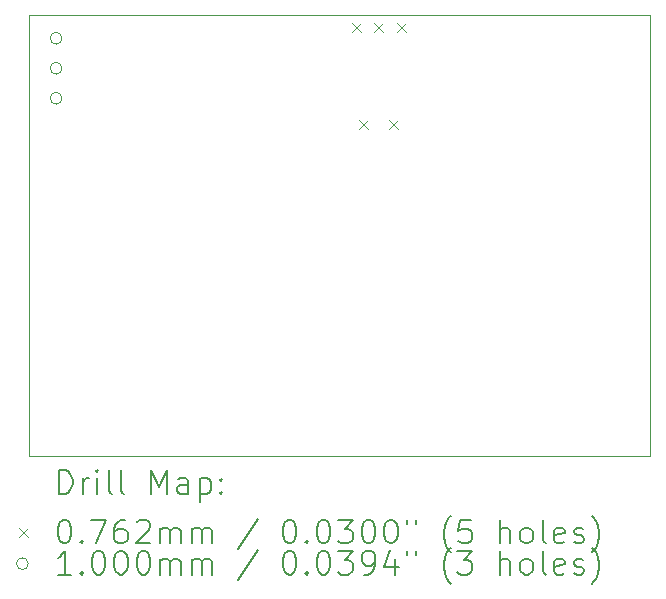
<source format=gbr>
%TF.GenerationSoftware,KiCad,Pcbnew,7.0.8-7.0.8~ubuntu22.04.1*%
%TF.CreationDate,2024-01-26T15:42:49+01:00*%
%TF.ProjectId,hand_B,68616e64-5f42-42e6-9b69-6361645f7063,rev?*%
%TF.SameCoordinates,Original*%
%TF.FileFunction,Drillmap*%
%TF.FilePolarity,Positive*%
%FSLAX45Y45*%
G04 Gerber Fmt 4.5, Leading zero omitted, Abs format (unit mm)*
G04 Created by KiCad (PCBNEW 7.0.8-7.0.8~ubuntu22.04.1) date 2024-01-26 15:42:49*
%MOMM*%
%LPD*%
G01*
G04 APERTURE LIST*
%ADD10C,0.100000*%
%ADD11C,0.200000*%
%ADD12C,0.076200*%
G04 APERTURE END LIST*
D10*
X7380000Y-3250750D02*
X12640000Y-3250750D01*
X12640000Y-6990750D01*
X7380000Y-6990750D01*
X7380000Y-3250750D01*
D11*
D12*
X10114400Y-3321400D02*
X10190600Y-3397600D01*
X10190600Y-3321400D02*
X10114400Y-3397600D01*
X10177900Y-4141900D02*
X10254100Y-4218100D01*
X10254100Y-4141900D02*
X10177900Y-4218100D01*
X10304400Y-3321400D02*
X10380600Y-3397600D01*
X10380600Y-3321400D02*
X10304400Y-3397600D01*
X10431900Y-4141900D02*
X10508100Y-4218100D01*
X10508100Y-4141900D02*
X10431900Y-4218100D01*
X10494400Y-3321400D02*
X10570600Y-3397600D01*
X10570600Y-3321400D02*
X10494400Y-3397600D01*
D10*
X7660000Y-3450750D02*
G75*
G03*
X7660000Y-3450750I-50000J0D01*
G01*
X7660000Y-3704750D02*
G75*
G03*
X7660000Y-3704750I-50000J0D01*
G01*
X7660000Y-3958750D02*
G75*
G03*
X7660000Y-3958750I-50000J0D01*
G01*
D11*
X7635777Y-7307234D02*
X7635777Y-7107234D01*
X7635777Y-7107234D02*
X7683396Y-7107234D01*
X7683396Y-7107234D02*
X7711967Y-7116758D01*
X7711967Y-7116758D02*
X7731015Y-7135805D01*
X7731015Y-7135805D02*
X7740539Y-7154853D01*
X7740539Y-7154853D02*
X7750062Y-7192948D01*
X7750062Y-7192948D02*
X7750062Y-7221519D01*
X7750062Y-7221519D02*
X7740539Y-7259615D01*
X7740539Y-7259615D02*
X7731015Y-7278662D01*
X7731015Y-7278662D02*
X7711967Y-7297710D01*
X7711967Y-7297710D02*
X7683396Y-7307234D01*
X7683396Y-7307234D02*
X7635777Y-7307234D01*
X7835777Y-7307234D02*
X7835777Y-7173900D01*
X7835777Y-7211996D02*
X7845301Y-7192948D01*
X7845301Y-7192948D02*
X7854824Y-7183424D01*
X7854824Y-7183424D02*
X7873872Y-7173900D01*
X7873872Y-7173900D02*
X7892920Y-7173900D01*
X7959586Y-7307234D02*
X7959586Y-7173900D01*
X7959586Y-7107234D02*
X7950062Y-7116758D01*
X7950062Y-7116758D02*
X7959586Y-7126281D01*
X7959586Y-7126281D02*
X7969110Y-7116758D01*
X7969110Y-7116758D02*
X7959586Y-7107234D01*
X7959586Y-7107234D02*
X7959586Y-7126281D01*
X8083396Y-7307234D02*
X8064348Y-7297710D01*
X8064348Y-7297710D02*
X8054824Y-7278662D01*
X8054824Y-7278662D02*
X8054824Y-7107234D01*
X8188158Y-7307234D02*
X8169110Y-7297710D01*
X8169110Y-7297710D02*
X8159586Y-7278662D01*
X8159586Y-7278662D02*
X8159586Y-7107234D01*
X8416729Y-7307234D02*
X8416729Y-7107234D01*
X8416729Y-7107234D02*
X8483396Y-7250091D01*
X8483396Y-7250091D02*
X8550063Y-7107234D01*
X8550063Y-7107234D02*
X8550063Y-7307234D01*
X8731015Y-7307234D02*
X8731015Y-7202472D01*
X8731015Y-7202472D02*
X8721491Y-7183424D01*
X8721491Y-7183424D02*
X8702444Y-7173900D01*
X8702444Y-7173900D02*
X8664348Y-7173900D01*
X8664348Y-7173900D02*
X8645301Y-7183424D01*
X8731015Y-7297710D02*
X8711967Y-7307234D01*
X8711967Y-7307234D02*
X8664348Y-7307234D01*
X8664348Y-7307234D02*
X8645301Y-7297710D01*
X8645301Y-7297710D02*
X8635777Y-7278662D01*
X8635777Y-7278662D02*
X8635777Y-7259615D01*
X8635777Y-7259615D02*
X8645301Y-7240567D01*
X8645301Y-7240567D02*
X8664348Y-7231043D01*
X8664348Y-7231043D02*
X8711967Y-7231043D01*
X8711967Y-7231043D02*
X8731015Y-7221519D01*
X8826253Y-7173900D02*
X8826253Y-7373900D01*
X8826253Y-7183424D02*
X8845301Y-7173900D01*
X8845301Y-7173900D02*
X8883396Y-7173900D01*
X8883396Y-7173900D02*
X8902444Y-7183424D01*
X8902444Y-7183424D02*
X8911967Y-7192948D01*
X8911967Y-7192948D02*
X8921491Y-7211996D01*
X8921491Y-7211996D02*
X8921491Y-7269138D01*
X8921491Y-7269138D02*
X8911967Y-7288186D01*
X8911967Y-7288186D02*
X8902444Y-7297710D01*
X8902444Y-7297710D02*
X8883396Y-7307234D01*
X8883396Y-7307234D02*
X8845301Y-7307234D01*
X8845301Y-7307234D02*
X8826253Y-7297710D01*
X9007205Y-7288186D02*
X9016729Y-7297710D01*
X9016729Y-7297710D02*
X9007205Y-7307234D01*
X9007205Y-7307234D02*
X8997682Y-7297710D01*
X8997682Y-7297710D02*
X9007205Y-7288186D01*
X9007205Y-7288186D02*
X9007205Y-7307234D01*
X9007205Y-7183424D02*
X9016729Y-7192948D01*
X9016729Y-7192948D02*
X9007205Y-7202472D01*
X9007205Y-7202472D02*
X8997682Y-7192948D01*
X8997682Y-7192948D02*
X9007205Y-7183424D01*
X9007205Y-7183424D02*
X9007205Y-7202472D01*
D12*
X7298800Y-7597650D02*
X7375000Y-7673850D01*
X7375000Y-7597650D02*
X7298800Y-7673850D01*
D11*
X7673872Y-7527234D02*
X7692920Y-7527234D01*
X7692920Y-7527234D02*
X7711967Y-7536758D01*
X7711967Y-7536758D02*
X7721491Y-7546281D01*
X7721491Y-7546281D02*
X7731015Y-7565329D01*
X7731015Y-7565329D02*
X7740539Y-7603424D01*
X7740539Y-7603424D02*
X7740539Y-7651043D01*
X7740539Y-7651043D02*
X7731015Y-7689138D01*
X7731015Y-7689138D02*
X7721491Y-7708186D01*
X7721491Y-7708186D02*
X7711967Y-7717710D01*
X7711967Y-7717710D02*
X7692920Y-7727234D01*
X7692920Y-7727234D02*
X7673872Y-7727234D01*
X7673872Y-7727234D02*
X7654824Y-7717710D01*
X7654824Y-7717710D02*
X7645301Y-7708186D01*
X7645301Y-7708186D02*
X7635777Y-7689138D01*
X7635777Y-7689138D02*
X7626253Y-7651043D01*
X7626253Y-7651043D02*
X7626253Y-7603424D01*
X7626253Y-7603424D02*
X7635777Y-7565329D01*
X7635777Y-7565329D02*
X7645301Y-7546281D01*
X7645301Y-7546281D02*
X7654824Y-7536758D01*
X7654824Y-7536758D02*
X7673872Y-7527234D01*
X7826253Y-7708186D02*
X7835777Y-7717710D01*
X7835777Y-7717710D02*
X7826253Y-7727234D01*
X7826253Y-7727234D02*
X7816729Y-7717710D01*
X7816729Y-7717710D02*
X7826253Y-7708186D01*
X7826253Y-7708186D02*
X7826253Y-7727234D01*
X7902443Y-7527234D02*
X8035777Y-7527234D01*
X8035777Y-7527234D02*
X7950062Y-7727234D01*
X8197682Y-7527234D02*
X8159586Y-7527234D01*
X8159586Y-7527234D02*
X8140539Y-7536758D01*
X8140539Y-7536758D02*
X8131015Y-7546281D01*
X8131015Y-7546281D02*
X8111967Y-7574853D01*
X8111967Y-7574853D02*
X8102443Y-7612948D01*
X8102443Y-7612948D02*
X8102443Y-7689138D01*
X8102443Y-7689138D02*
X8111967Y-7708186D01*
X8111967Y-7708186D02*
X8121491Y-7717710D01*
X8121491Y-7717710D02*
X8140539Y-7727234D01*
X8140539Y-7727234D02*
X8178634Y-7727234D01*
X8178634Y-7727234D02*
X8197682Y-7717710D01*
X8197682Y-7717710D02*
X8207205Y-7708186D01*
X8207205Y-7708186D02*
X8216729Y-7689138D01*
X8216729Y-7689138D02*
X8216729Y-7641519D01*
X8216729Y-7641519D02*
X8207205Y-7622472D01*
X8207205Y-7622472D02*
X8197682Y-7612948D01*
X8197682Y-7612948D02*
X8178634Y-7603424D01*
X8178634Y-7603424D02*
X8140539Y-7603424D01*
X8140539Y-7603424D02*
X8121491Y-7612948D01*
X8121491Y-7612948D02*
X8111967Y-7622472D01*
X8111967Y-7622472D02*
X8102443Y-7641519D01*
X8292920Y-7546281D02*
X8302443Y-7536758D01*
X8302443Y-7536758D02*
X8321491Y-7527234D01*
X8321491Y-7527234D02*
X8369110Y-7527234D01*
X8369110Y-7527234D02*
X8388158Y-7536758D01*
X8388158Y-7536758D02*
X8397682Y-7546281D01*
X8397682Y-7546281D02*
X8407205Y-7565329D01*
X8407205Y-7565329D02*
X8407205Y-7584377D01*
X8407205Y-7584377D02*
X8397682Y-7612948D01*
X8397682Y-7612948D02*
X8283396Y-7727234D01*
X8283396Y-7727234D02*
X8407205Y-7727234D01*
X8492920Y-7727234D02*
X8492920Y-7593900D01*
X8492920Y-7612948D02*
X8502444Y-7603424D01*
X8502444Y-7603424D02*
X8521491Y-7593900D01*
X8521491Y-7593900D02*
X8550063Y-7593900D01*
X8550063Y-7593900D02*
X8569110Y-7603424D01*
X8569110Y-7603424D02*
X8578634Y-7622472D01*
X8578634Y-7622472D02*
X8578634Y-7727234D01*
X8578634Y-7622472D02*
X8588158Y-7603424D01*
X8588158Y-7603424D02*
X8607205Y-7593900D01*
X8607205Y-7593900D02*
X8635777Y-7593900D01*
X8635777Y-7593900D02*
X8654825Y-7603424D01*
X8654825Y-7603424D02*
X8664348Y-7622472D01*
X8664348Y-7622472D02*
X8664348Y-7727234D01*
X8759586Y-7727234D02*
X8759586Y-7593900D01*
X8759586Y-7612948D02*
X8769110Y-7603424D01*
X8769110Y-7603424D02*
X8788158Y-7593900D01*
X8788158Y-7593900D02*
X8816729Y-7593900D01*
X8816729Y-7593900D02*
X8835777Y-7603424D01*
X8835777Y-7603424D02*
X8845301Y-7622472D01*
X8845301Y-7622472D02*
X8845301Y-7727234D01*
X8845301Y-7622472D02*
X8854825Y-7603424D01*
X8854825Y-7603424D02*
X8873872Y-7593900D01*
X8873872Y-7593900D02*
X8902444Y-7593900D01*
X8902444Y-7593900D02*
X8921491Y-7603424D01*
X8921491Y-7603424D02*
X8931015Y-7622472D01*
X8931015Y-7622472D02*
X8931015Y-7727234D01*
X9321491Y-7517710D02*
X9150063Y-7774853D01*
X9578634Y-7527234D02*
X9597682Y-7527234D01*
X9597682Y-7527234D02*
X9616729Y-7536758D01*
X9616729Y-7536758D02*
X9626253Y-7546281D01*
X9626253Y-7546281D02*
X9635777Y-7565329D01*
X9635777Y-7565329D02*
X9645301Y-7603424D01*
X9645301Y-7603424D02*
X9645301Y-7651043D01*
X9645301Y-7651043D02*
X9635777Y-7689138D01*
X9635777Y-7689138D02*
X9626253Y-7708186D01*
X9626253Y-7708186D02*
X9616729Y-7717710D01*
X9616729Y-7717710D02*
X9597682Y-7727234D01*
X9597682Y-7727234D02*
X9578634Y-7727234D01*
X9578634Y-7727234D02*
X9559587Y-7717710D01*
X9559587Y-7717710D02*
X9550063Y-7708186D01*
X9550063Y-7708186D02*
X9540539Y-7689138D01*
X9540539Y-7689138D02*
X9531015Y-7651043D01*
X9531015Y-7651043D02*
X9531015Y-7603424D01*
X9531015Y-7603424D02*
X9540539Y-7565329D01*
X9540539Y-7565329D02*
X9550063Y-7546281D01*
X9550063Y-7546281D02*
X9559587Y-7536758D01*
X9559587Y-7536758D02*
X9578634Y-7527234D01*
X9731015Y-7708186D02*
X9740539Y-7717710D01*
X9740539Y-7717710D02*
X9731015Y-7727234D01*
X9731015Y-7727234D02*
X9721491Y-7717710D01*
X9721491Y-7717710D02*
X9731015Y-7708186D01*
X9731015Y-7708186D02*
X9731015Y-7727234D01*
X9864348Y-7527234D02*
X9883396Y-7527234D01*
X9883396Y-7527234D02*
X9902444Y-7536758D01*
X9902444Y-7536758D02*
X9911968Y-7546281D01*
X9911968Y-7546281D02*
X9921491Y-7565329D01*
X9921491Y-7565329D02*
X9931015Y-7603424D01*
X9931015Y-7603424D02*
X9931015Y-7651043D01*
X9931015Y-7651043D02*
X9921491Y-7689138D01*
X9921491Y-7689138D02*
X9911968Y-7708186D01*
X9911968Y-7708186D02*
X9902444Y-7717710D01*
X9902444Y-7717710D02*
X9883396Y-7727234D01*
X9883396Y-7727234D02*
X9864348Y-7727234D01*
X9864348Y-7727234D02*
X9845301Y-7717710D01*
X9845301Y-7717710D02*
X9835777Y-7708186D01*
X9835777Y-7708186D02*
X9826253Y-7689138D01*
X9826253Y-7689138D02*
X9816729Y-7651043D01*
X9816729Y-7651043D02*
X9816729Y-7603424D01*
X9816729Y-7603424D02*
X9826253Y-7565329D01*
X9826253Y-7565329D02*
X9835777Y-7546281D01*
X9835777Y-7546281D02*
X9845301Y-7536758D01*
X9845301Y-7536758D02*
X9864348Y-7527234D01*
X9997682Y-7527234D02*
X10121491Y-7527234D01*
X10121491Y-7527234D02*
X10054825Y-7603424D01*
X10054825Y-7603424D02*
X10083396Y-7603424D01*
X10083396Y-7603424D02*
X10102444Y-7612948D01*
X10102444Y-7612948D02*
X10111968Y-7622472D01*
X10111968Y-7622472D02*
X10121491Y-7641519D01*
X10121491Y-7641519D02*
X10121491Y-7689138D01*
X10121491Y-7689138D02*
X10111968Y-7708186D01*
X10111968Y-7708186D02*
X10102444Y-7717710D01*
X10102444Y-7717710D02*
X10083396Y-7727234D01*
X10083396Y-7727234D02*
X10026253Y-7727234D01*
X10026253Y-7727234D02*
X10007206Y-7717710D01*
X10007206Y-7717710D02*
X9997682Y-7708186D01*
X10245301Y-7527234D02*
X10264349Y-7527234D01*
X10264349Y-7527234D02*
X10283396Y-7536758D01*
X10283396Y-7536758D02*
X10292920Y-7546281D01*
X10292920Y-7546281D02*
X10302444Y-7565329D01*
X10302444Y-7565329D02*
X10311968Y-7603424D01*
X10311968Y-7603424D02*
X10311968Y-7651043D01*
X10311968Y-7651043D02*
X10302444Y-7689138D01*
X10302444Y-7689138D02*
X10292920Y-7708186D01*
X10292920Y-7708186D02*
X10283396Y-7717710D01*
X10283396Y-7717710D02*
X10264349Y-7727234D01*
X10264349Y-7727234D02*
X10245301Y-7727234D01*
X10245301Y-7727234D02*
X10226253Y-7717710D01*
X10226253Y-7717710D02*
X10216729Y-7708186D01*
X10216729Y-7708186D02*
X10207206Y-7689138D01*
X10207206Y-7689138D02*
X10197682Y-7651043D01*
X10197682Y-7651043D02*
X10197682Y-7603424D01*
X10197682Y-7603424D02*
X10207206Y-7565329D01*
X10207206Y-7565329D02*
X10216729Y-7546281D01*
X10216729Y-7546281D02*
X10226253Y-7536758D01*
X10226253Y-7536758D02*
X10245301Y-7527234D01*
X10435777Y-7527234D02*
X10454825Y-7527234D01*
X10454825Y-7527234D02*
X10473872Y-7536758D01*
X10473872Y-7536758D02*
X10483396Y-7546281D01*
X10483396Y-7546281D02*
X10492920Y-7565329D01*
X10492920Y-7565329D02*
X10502444Y-7603424D01*
X10502444Y-7603424D02*
X10502444Y-7651043D01*
X10502444Y-7651043D02*
X10492920Y-7689138D01*
X10492920Y-7689138D02*
X10483396Y-7708186D01*
X10483396Y-7708186D02*
X10473872Y-7717710D01*
X10473872Y-7717710D02*
X10454825Y-7727234D01*
X10454825Y-7727234D02*
X10435777Y-7727234D01*
X10435777Y-7727234D02*
X10416729Y-7717710D01*
X10416729Y-7717710D02*
X10407206Y-7708186D01*
X10407206Y-7708186D02*
X10397682Y-7689138D01*
X10397682Y-7689138D02*
X10388158Y-7651043D01*
X10388158Y-7651043D02*
X10388158Y-7603424D01*
X10388158Y-7603424D02*
X10397682Y-7565329D01*
X10397682Y-7565329D02*
X10407206Y-7546281D01*
X10407206Y-7546281D02*
X10416729Y-7536758D01*
X10416729Y-7536758D02*
X10435777Y-7527234D01*
X10578634Y-7527234D02*
X10578634Y-7565329D01*
X10654825Y-7527234D02*
X10654825Y-7565329D01*
X10950063Y-7803424D02*
X10940539Y-7793900D01*
X10940539Y-7793900D02*
X10921491Y-7765329D01*
X10921491Y-7765329D02*
X10911968Y-7746281D01*
X10911968Y-7746281D02*
X10902444Y-7717710D01*
X10902444Y-7717710D02*
X10892920Y-7670091D01*
X10892920Y-7670091D02*
X10892920Y-7631996D01*
X10892920Y-7631996D02*
X10902444Y-7584377D01*
X10902444Y-7584377D02*
X10911968Y-7555805D01*
X10911968Y-7555805D02*
X10921491Y-7536758D01*
X10921491Y-7536758D02*
X10940539Y-7508186D01*
X10940539Y-7508186D02*
X10950063Y-7498662D01*
X11121491Y-7527234D02*
X11026253Y-7527234D01*
X11026253Y-7527234D02*
X11016730Y-7622472D01*
X11016730Y-7622472D02*
X11026253Y-7612948D01*
X11026253Y-7612948D02*
X11045301Y-7603424D01*
X11045301Y-7603424D02*
X11092920Y-7603424D01*
X11092920Y-7603424D02*
X11111968Y-7612948D01*
X11111968Y-7612948D02*
X11121491Y-7622472D01*
X11121491Y-7622472D02*
X11131015Y-7641519D01*
X11131015Y-7641519D02*
X11131015Y-7689138D01*
X11131015Y-7689138D02*
X11121491Y-7708186D01*
X11121491Y-7708186D02*
X11111968Y-7717710D01*
X11111968Y-7717710D02*
X11092920Y-7727234D01*
X11092920Y-7727234D02*
X11045301Y-7727234D01*
X11045301Y-7727234D02*
X11026253Y-7717710D01*
X11026253Y-7717710D02*
X11016730Y-7708186D01*
X11369110Y-7727234D02*
X11369110Y-7527234D01*
X11454825Y-7727234D02*
X11454825Y-7622472D01*
X11454825Y-7622472D02*
X11445301Y-7603424D01*
X11445301Y-7603424D02*
X11426253Y-7593900D01*
X11426253Y-7593900D02*
X11397682Y-7593900D01*
X11397682Y-7593900D02*
X11378634Y-7603424D01*
X11378634Y-7603424D02*
X11369110Y-7612948D01*
X11578634Y-7727234D02*
X11559587Y-7717710D01*
X11559587Y-7717710D02*
X11550063Y-7708186D01*
X11550063Y-7708186D02*
X11540539Y-7689138D01*
X11540539Y-7689138D02*
X11540539Y-7631996D01*
X11540539Y-7631996D02*
X11550063Y-7612948D01*
X11550063Y-7612948D02*
X11559587Y-7603424D01*
X11559587Y-7603424D02*
X11578634Y-7593900D01*
X11578634Y-7593900D02*
X11607206Y-7593900D01*
X11607206Y-7593900D02*
X11626253Y-7603424D01*
X11626253Y-7603424D02*
X11635777Y-7612948D01*
X11635777Y-7612948D02*
X11645301Y-7631996D01*
X11645301Y-7631996D02*
X11645301Y-7689138D01*
X11645301Y-7689138D02*
X11635777Y-7708186D01*
X11635777Y-7708186D02*
X11626253Y-7717710D01*
X11626253Y-7717710D02*
X11607206Y-7727234D01*
X11607206Y-7727234D02*
X11578634Y-7727234D01*
X11759587Y-7727234D02*
X11740539Y-7717710D01*
X11740539Y-7717710D02*
X11731015Y-7698662D01*
X11731015Y-7698662D02*
X11731015Y-7527234D01*
X11911968Y-7717710D02*
X11892920Y-7727234D01*
X11892920Y-7727234D02*
X11854825Y-7727234D01*
X11854825Y-7727234D02*
X11835777Y-7717710D01*
X11835777Y-7717710D02*
X11826253Y-7698662D01*
X11826253Y-7698662D02*
X11826253Y-7622472D01*
X11826253Y-7622472D02*
X11835777Y-7603424D01*
X11835777Y-7603424D02*
X11854825Y-7593900D01*
X11854825Y-7593900D02*
X11892920Y-7593900D01*
X11892920Y-7593900D02*
X11911968Y-7603424D01*
X11911968Y-7603424D02*
X11921491Y-7622472D01*
X11921491Y-7622472D02*
X11921491Y-7641519D01*
X11921491Y-7641519D02*
X11826253Y-7660567D01*
X11997682Y-7717710D02*
X12016730Y-7727234D01*
X12016730Y-7727234D02*
X12054825Y-7727234D01*
X12054825Y-7727234D02*
X12073872Y-7717710D01*
X12073872Y-7717710D02*
X12083396Y-7698662D01*
X12083396Y-7698662D02*
X12083396Y-7689138D01*
X12083396Y-7689138D02*
X12073872Y-7670091D01*
X12073872Y-7670091D02*
X12054825Y-7660567D01*
X12054825Y-7660567D02*
X12026253Y-7660567D01*
X12026253Y-7660567D02*
X12007206Y-7651043D01*
X12007206Y-7651043D02*
X11997682Y-7631996D01*
X11997682Y-7631996D02*
X11997682Y-7622472D01*
X11997682Y-7622472D02*
X12007206Y-7603424D01*
X12007206Y-7603424D02*
X12026253Y-7593900D01*
X12026253Y-7593900D02*
X12054825Y-7593900D01*
X12054825Y-7593900D02*
X12073872Y-7603424D01*
X12150063Y-7803424D02*
X12159587Y-7793900D01*
X12159587Y-7793900D02*
X12178634Y-7765329D01*
X12178634Y-7765329D02*
X12188158Y-7746281D01*
X12188158Y-7746281D02*
X12197682Y-7717710D01*
X12197682Y-7717710D02*
X12207206Y-7670091D01*
X12207206Y-7670091D02*
X12207206Y-7631996D01*
X12207206Y-7631996D02*
X12197682Y-7584377D01*
X12197682Y-7584377D02*
X12188158Y-7555805D01*
X12188158Y-7555805D02*
X12178634Y-7536758D01*
X12178634Y-7536758D02*
X12159587Y-7508186D01*
X12159587Y-7508186D02*
X12150063Y-7498662D01*
D10*
X7375000Y-7899750D02*
G75*
G03*
X7375000Y-7899750I-50000J0D01*
G01*
D11*
X7740539Y-7991234D02*
X7626253Y-7991234D01*
X7683396Y-7991234D02*
X7683396Y-7791234D01*
X7683396Y-7791234D02*
X7664348Y-7819805D01*
X7664348Y-7819805D02*
X7645301Y-7838853D01*
X7645301Y-7838853D02*
X7626253Y-7848377D01*
X7826253Y-7972186D02*
X7835777Y-7981710D01*
X7835777Y-7981710D02*
X7826253Y-7991234D01*
X7826253Y-7991234D02*
X7816729Y-7981710D01*
X7816729Y-7981710D02*
X7826253Y-7972186D01*
X7826253Y-7972186D02*
X7826253Y-7991234D01*
X7959586Y-7791234D02*
X7978634Y-7791234D01*
X7978634Y-7791234D02*
X7997682Y-7800758D01*
X7997682Y-7800758D02*
X8007205Y-7810281D01*
X8007205Y-7810281D02*
X8016729Y-7829329D01*
X8016729Y-7829329D02*
X8026253Y-7867424D01*
X8026253Y-7867424D02*
X8026253Y-7915043D01*
X8026253Y-7915043D02*
X8016729Y-7953138D01*
X8016729Y-7953138D02*
X8007205Y-7972186D01*
X8007205Y-7972186D02*
X7997682Y-7981710D01*
X7997682Y-7981710D02*
X7978634Y-7991234D01*
X7978634Y-7991234D02*
X7959586Y-7991234D01*
X7959586Y-7991234D02*
X7940539Y-7981710D01*
X7940539Y-7981710D02*
X7931015Y-7972186D01*
X7931015Y-7972186D02*
X7921491Y-7953138D01*
X7921491Y-7953138D02*
X7911967Y-7915043D01*
X7911967Y-7915043D02*
X7911967Y-7867424D01*
X7911967Y-7867424D02*
X7921491Y-7829329D01*
X7921491Y-7829329D02*
X7931015Y-7810281D01*
X7931015Y-7810281D02*
X7940539Y-7800758D01*
X7940539Y-7800758D02*
X7959586Y-7791234D01*
X8150062Y-7791234D02*
X8169110Y-7791234D01*
X8169110Y-7791234D02*
X8188158Y-7800758D01*
X8188158Y-7800758D02*
X8197682Y-7810281D01*
X8197682Y-7810281D02*
X8207205Y-7829329D01*
X8207205Y-7829329D02*
X8216729Y-7867424D01*
X8216729Y-7867424D02*
X8216729Y-7915043D01*
X8216729Y-7915043D02*
X8207205Y-7953138D01*
X8207205Y-7953138D02*
X8197682Y-7972186D01*
X8197682Y-7972186D02*
X8188158Y-7981710D01*
X8188158Y-7981710D02*
X8169110Y-7991234D01*
X8169110Y-7991234D02*
X8150062Y-7991234D01*
X8150062Y-7991234D02*
X8131015Y-7981710D01*
X8131015Y-7981710D02*
X8121491Y-7972186D01*
X8121491Y-7972186D02*
X8111967Y-7953138D01*
X8111967Y-7953138D02*
X8102443Y-7915043D01*
X8102443Y-7915043D02*
X8102443Y-7867424D01*
X8102443Y-7867424D02*
X8111967Y-7829329D01*
X8111967Y-7829329D02*
X8121491Y-7810281D01*
X8121491Y-7810281D02*
X8131015Y-7800758D01*
X8131015Y-7800758D02*
X8150062Y-7791234D01*
X8340539Y-7791234D02*
X8359586Y-7791234D01*
X8359586Y-7791234D02*
X8378634Y-7800758D01*
X8378634Y-7800758D02*
X8388158Y-7810281D01*
X8388158Y-7810281D02*
X8397682Y-7829329D01*
X8397682Y-7829329D02*
X8407205Y-7867424D01*
X8407205Y-7867424D02*
X8407205Y-7915043D01*
X8407205Y-7915043D02*
X8397682Y-7953138D01*
X8397682Y-7953138D02*
X8388158Y-7972186D01*
X8388158Y-7972186D02*
X8378634Y-7981710D01*
X8378634Y-7981710D02*
X8359586Y-7991234D01*
X8359586Y-7991234D02*
X8340539Y-7991234D01*
X8340539Y-7991234D02*
X8321491Y-7981710D01*
X8321491Y-7981710D02*
X8311967Y-7972186D01*
X8311967Y-7972186D02*
X8302443Y-7953138D01*
X8302443Y-7953138D02*
X8292920Y-7915043D01*
X8292920Y-7915043D02*
X8292920Y-7867424D01*
X8292920Y-7867424D02*
X8302443Y-7829329D01*
X8302443Y-7829329D02*
X8311967Y-7810281D01*
X8311967Y-7810281D02*
X8321491Y-7800758D01*
X8321491Y-7800758D02*
X8340539Y-7791234D01*
X8492920Y-7991234D02*
X8492920Y-7857900D01*
X8492920Y-7876948D02*
X8502444Y-7867424D01*
X8502444Y-7867424D02*
X8521491Y-7857900D01*
X8521491Y-7857900D02*
X8550063Y-7857900D01*
X8550063Y-7857900D02*
X8569110Y-7867424D01*
X8569110Y-7867424D02*
X8578634Y-7886472D01*
X8578634Y-7886472D02*
X8578634Y-7991234D01*
X8578634Y-7886472D02*
X8588158Y-7867424D01*
X8588158Y-7867424D02*
X8607205Y-7857900D01*
X8607205Y-7857900D02*
X8635777Y-7857900D01*
X8635777Y-7857900D02*
X8654825Y-7867424D01*
X8654825Y-7867424D02*
X8664348Y-7886472D01*
X8664348Y-7886472D02*
X8664348Y-7991234D01*
X8759586Y-7991234D02*
X8759586Y-7857900D01*
X8759586Y-7876948D02*
X8769110Y-7867424D01*
X8769110Y-7867424D02*
X8788158Y-7857900D01*
X8788158Y-7857900D02*
X8816729Y-7857900D01*
X8816729Y-7857900D02*
X8835777Y-7867424D01*
X8835777Y-7867424D02*
X8845301Y-7886472D01*
X8845301Y-7886472D02*
X8845301Y-7991234D01*
X8845301Y-7886472D02*
X8854825Y-7867424D01*
X8854825Y-7867424D02*
X8873872Y-7857900D01*
X8873872Y-7857900D02*
X8902444Y-7857900D01*
X8902444Y-7857900D02*
X8921491Y-7867424D01*
X8921491Y-7867424D02*
X8931015Y-7886472D01*
X8931015Y-7886472D02*
X8931015Y-7991234D01*
X9321491Y-7781710D02*
X9150063Y-8038853D01*
X9578634Y-7791234D02*
X9597682Y-7791234D01*
X9597682Y-7791234D02*
X9616729Y-7800758D01*
X9616729Y-7800758D02*
X9626253Y-7810281D01*
X9626253Y-7810281D02*
X9635777Y-7829329D01*
X9635777Y-7829329D02*
X9645301Y-7867424D01*
X9645301Y-7867424D02*
X9645301Y-7915043D01*
X9645301Y-7915043D02*
X9635777Y-7953138D01*
X9635777Y-7953138D02*
X9626253Y-7972186D01*
X9626253Y-7972186D02*
X9616729Y-7981710D01*
X9616729Y-7981710D02*
X9597682Y-7991234D01*
X9597682Y-7991234D02*
X9578634Y-7991234D01*
X9578634Y-7991234D02*
X9559587Y-7981710D01*
X9559587Y-7981710D02*
X9550063Y-7972186D01*
X9550063Y-7972186D02*
X9540539Y-7953138D01*
X9540539Y-7953138D02*
X9531015Y-7915043D01*
X9531015Y-7915043D02*
X9531015Y-7867424D01*
X9531015Y-7867424D02*
X9540539Y-7829329D01*
X9540539Y-7829329D02*
X9550063Y-7810281D01*
X9550063Y-7810281D02*
X9559587Y-7800758D01*
X9559587Y-7800758D02*
X9578634Y-7791234D01*
X9731015Y-7972186D02*
X9740539Y-7981710D01*
X9740539Y-7981710D02*
X9731015Y-7991234D01*
X9731015Y-7991234D02*
X9721491Y-7981710D01*
X9721491Y-7981710D02*
X9731015Y-7972186D01*
X9731015Y-7972186D02*
X9731015Y-7991234D01*
X9864348Y-7791234D02*
X9883396Y-7791234D01*
X9883396Y-7791234D02*
X9902444Y-7800758D01*
X9902444Y-7800758D02*
X9911968Y-7810281D01*
X9911968Y-7810281D02*
X9921491Y-7829329D01*
X9921491Y-7829329D02*
X9931015Y-7867424D01*
X9931015Y-7867424D02*
X9931015Y-7915043D01*
X9931015Y-7915043D02*
X9921491Y-7953138D01*
X9921491Y-7953138D02*
X9911968Y-7972186D01*
X9911968Y-7972186D02*
X9902444Y-7981710D01*
X9902444Y-7981710D02*
X9883396Y-7991234D01*
X9883396Y-7991234D02*
X9864348Y-7991234D01*
X9864348Y-7991234D02*
X9845301Y-7981710D01*
X9845301Y-7981710D02*
X9835777Y-7972186D01*
X9835777Y-7972186D02*
X9826253Y-7953138D01*
X9826253Y-7953138D02*
X9816729Y-7915043D01*
X9816729Y-7915043D02*
X9816729Y-7867424D01*
X9816729Y-7867424D02*
X9826253Y-7829329D01*
X9826253Y-7829329D02*
X9835777Y-7810281D01*
X9835777Y-7810281D02*
X9845301Y-7800758D01*
X9845301Y-7800758D02*
X9864348Y-7791234D01*
X9997682Y-7791234D02*
X10121491Y-7791234D01*
X10121491Y-7791234D02*
X10054825Y-7867424D01*
X10054825Y-7867424D02*
X10083396Y-7867424D01*
X10083396Y-7867424D02*
X10102444Y-7876948D01*
X10102444Y-7876948D02*
X10111968Y-7886472D01*
X10111968Y-7886472D02*
X10121491Y-7905519D01*
X10121491Y-7905519D02*
X10121491Y-7953138D01*
X10121491Y-7953138D02*
X10111968Y-7972186D01*
X10111968Y-7972186D02*
X10102444Y-7981710D01*
X10102444Y-7981710D02*
X10083396Y-7991234D01*
X10083396Y-7991234D02*
X10026253Y-7991234D01*
X10026253Y-7991234D02*
X10007206Y-7981710D01*
X10007206Y-7981710D02*
X9997682Y-7972186D01*
X10216729Y-7991234D02*
X10254825Y-7991234D01*
X10254825Y-7991234D02*
X10273872Y-7981710D01*
X10273872Y-7981710D02*
X10283396Y-7972186D01*
X10283396Y-7972186D02*
X10302444Y-7943615D01*
X10302444Y-7943615D02*
X10311968Y-7905519D01*
X10311968Y-7905519D02*
X10311968Y-7829329D01*
X10311968Y-7829329D02*
X10302444Y-7810281D01*
X10302444Y-7810281D02*
X10292920Y-7800758D01*
X10292920Y-7800758D02*
X10273872Y-7791234D01*
X10273872Y-7791234D02*
X10235777Y-7791234D01*
X10235777Y-7791234D02*
X10216729Y-7800758D01*
X10216729Y-7800758D02*
X10207206Y-7810281D01*
X10207206Y-7810281D02*
X10197682Y-7829329D01*
X10197682Y-7829329D02*
X10197682Y-7876948D01*
X10197682Y-7876948D02*
X10207206Y-7895996D01*
X10207206Y-7895996D02*
X10216729Y-7905519D01*
X10216729Y-7905519D02*
X10235777Y-7915043D01*
X10235777Y-7915043D02*
X10273872Y-7915043D01*
X10273872Y-7915043D02*
X10292920Y-7905519D01*
X10292920Y-7905519D02*
X10302444Y-7895996D01*
X10302444Y-7895996D02*
X10311968Y-7876948D01*
X10483396Y-7857900D02*
X10483396Y-7991234D01*
X10435777Y-7781710D02*
X10388158Y-7924567D01*
X10388158Y-7924567D02*
X10511968Y-7924567D01*
X10578634Y-7791234D02*
X10578634Y-7829329D01*
X10654825Y-7791234D02*
X10654825Y-7829329D01*
X10950063Y-8067424D02*
X10940539Y-8057900D01*
X10940539Y-8057900D02*
X10921491Y-8029329D01*
X10921491Y-8029329D02*
X10911968Y-8010281D01*
X10911968Y-8010281D02*
X10902444Y-7981710D01*
X10902444Y-7981710D02*
X10892920Y-7934091D01*
X10892920Y-7934091D02*
X10892920Y-7895996D01*
X10892920Y-7895996D02*
X10902444Y-7848377D01*
X10902444Y-7848377D02*
X10911968Y-7819805D01*
X10911968Y-7819805D02*
X10921491Y-7800758D01*
X10921491Y-7800758D02*
X10940539Y-7772186D01*
X10940539Y-7772186D02*
X10950063Y-7762662D01*
X11007206Y-7791234D02*
X11131015Y-7791234D01*
X11131015Y-7791234D02*
X11064349Y-7867424D01*
X11064349Y-7867424D02*
X11092920Y-7867424D01*
X11092920Y-7867424D02*
X11111968Y-7876948D01*
X11111968Y-7876948D02*
X11121491Y-7886472D01*
X11121491Y-7886472D02*
X11131015Y-7905519D01*
X11131015Y-7905519D02*
X11131015Y-7953138D01*
X11131015Y-7953138D02*
X11121491Y-7972186D01*
X11121491Y-7972186D02*
X11111968Y-7981710D01*
X11111968Y-7981710D02*
X11092920Y-7991234D01*
X11092920Y-7991234D02*
X11035777Y-7991234D01*
X11035777Y-7991234D02*
X11016730Y-7981710D01*
X11016730Y-7981710D02*
X11007206Y-7972186D01*
X11369110Y-7991234D02*
X11369110Y-7791234D01*
X11454825Y-7991234D02*
X11454825Y-7886472D01*
X11454825Y-7886472D02*
X11445301Y-7867424D01*
X11445301Y-7867424D02*
X11426253Y-7857900D01*
X11426253Y-7857900D02*
X11397682Y-7857900D01*
X11397682Y-7857900D02*
X11378634Y-7867424D01*
X11378634Y-7867424D02*
X11369110Y-7876948D01*
X11578634Y-7991234D02*
X11559587Y-7981710D01*
X11559587Y-7981710D02*
X11550063Y-7972186D01*
X11550063Y-7972186D02*
X11540539Y-7953138D01*
X11540539Y-7953138D02*
X11540539Y-7895996D01*
X11540539Y-7895996D02*
X11550063Y-7876948D01*
X11550063Y-7876948D02*
X11559587Y-7867424D01*
X11559587Y-7867424D02*
X11578634Y-7857900D01*
X11578634Y-7857900D02*
X11607206Y-7857900D01*
X11607206Y-7857900D02*
X11626253Y-7867424D01*
X11626253Y-7867424D02*
X11635777Y-7876948D01*
X11635777Y-7876948D02*
X11645301Y-7895996D01*
X11645301Y-7895996D02*
X11645301Y-7953138D01*
X11645301Y-7953138D02*
X11635777Y-7972186D01*
X11635777Y-7972186D02*
X11626253Y-7981710D01*
X11626253Y-7981710D02*
X11607206Y-7991234D01*
X11607206Y-7991234D02*
X11578634Y-7991234D01*
X11759587Y-7991234D02*
X11740539Y-7981710D01*
X11740539Y-7981710D02*
X11731015Y-7962662D01*
X11731015Y-7962662D02*
X11731015Y-7791234D01*
X11911968Y-7981710D02*
X11892920Y-7991234D01*
X11892920Y-7991234D02*
X11854825Y-7991234D01*
X11854825Y-7991234D02*
X11835777Y-7981710D01*
X11835777Y-7981710D02*
X11826253Y-7962662D01*
X11826253Y-7962662D02*
X11826253Y-7886472D01*
X11826253Y-7886472D02*
X11835777Y-7867424D01*
X11835777Y-7867424D02*
X11854825Y-7857900D01*
X11854825Y-7857900D02*
X11892920Y-7857900D01*
X11892920Y-7857900D02*
X11911968Y-7867424D01*
X11911968Y-7867424D02*
X11921491Y-7886472D01*
X11921491Y-7886472D02*
X11921491Y-7905519D01*
X11921491Y-7905519D02*
X11826253Y-7924567D01*
X11997682Y-7981710D02*
X12016730Y-7991234D01*
X12016730Y-7991234D02*
X12054825Y-7991234D01*
X12054825Y-7991234D02*
X12073872Y-7981710D01*
X12073872Y-7981710D02*
X12083396Y-7962662D01*
X12083396Y-7962662D02*
X12083396Y-7953138D01*
X12083396Y-7953138D02*
X12073872Y-7934091D01*
X12073872Y-7934091D02*
X12054825Y-7924567D01*
X12054825Y-7924567D02*
X12026253Y-7924567D01*
X12026253Y-7924567D02*
X12007206Y-7915043D01*
X12007206Y-7915043D02*
X11997682Y-7895996D01*
X11997682Y-7895996D02*
X11997682Y-7886472D01*
X11997682Y-7886472D02*
X12007206Y-7867424D01*
X12007206Y-7867424D02*
X12026253Y-7857900D01*
X12026253Y-7857900D02*
X12054825Y-7857900D01*
X12054825Y-7857900D02*
X12073872Y-7867424D01*
X12150063Y-8067424D02*
X12159587Y-8057900D01*
X12159587Y-8057900D02*
X12178634Y-8029329D01*
X12178634Y-8029329D02*
X12188158Y-8010281D01*
X12188158Y-8010281D02*
X12197682Y-7981710D01*
X12197682Y-7981710D02*
X12207206Y-7934091D01*
X12207206Y-7934091D02*
X12207206Y-7895996D01*
X12207206Y-7895996D02*
X12197682Y-7848377D01*
X12197682Y-7848377D02*
X12188158Y-7819805D01*
X12188158Y-7819805D02*
X12178634Y-7800758D01*
X12178634Y-7800758D02*
X12159587Y-7772186D01*
X12159587Y-7772186D02*
X12150063Y-7762662D01*
M02*

</source>
